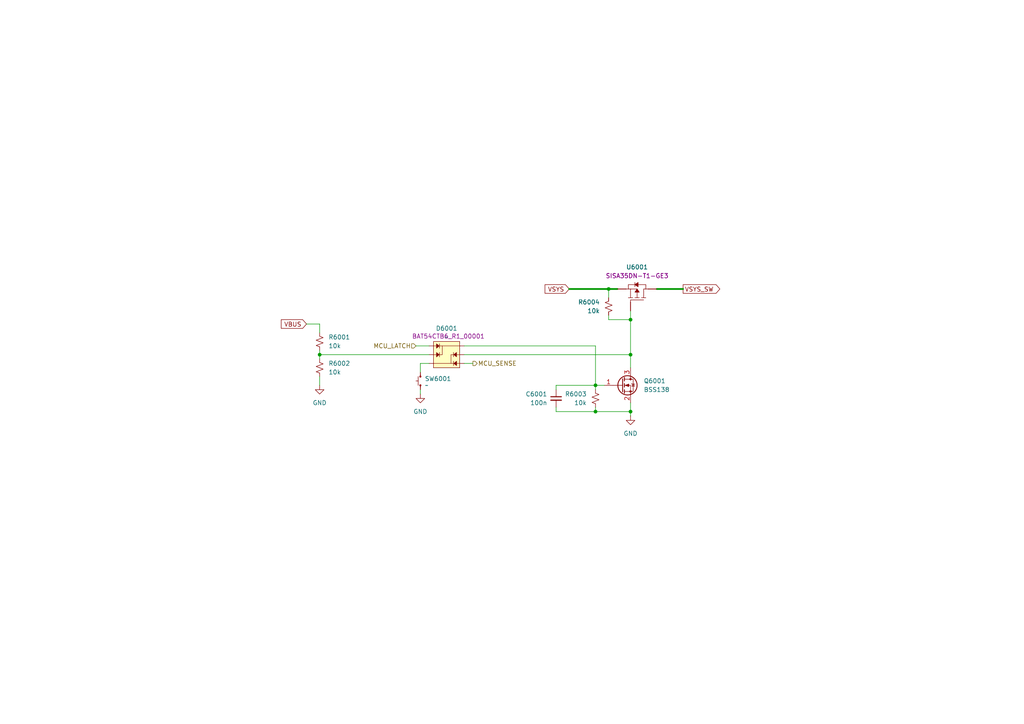
<source format=kicad_sch>
(kicad_sch (version 20250114) (generator "eeschema") (generator_version "9.0")
  (paper "A4")
  (lib_symbols
    (symbol "BAT54CTB6_R1_00001:BAT54CTB6_R1_00001" (pin_numbers (hide yes)) (pin_names (hide yes))
      (property "Reference" "D" (at 4.826 3.81 0))
      (symbol "BAT54CTB6_R1_00001_0_1"
        (rectangle (start 1.27 1.27) (end 8.89 -6.35) (fill (type background)))
        (polyline (pts (xy 2.1462 0.6035) (xy 2.1462 -0.6665) (xy 2.8904 -0.0105) (xy 2.1542 0.6036)) (fill (type outline)))
        (polyline (pts (xy 2.1463 -1.9213) (xy 2.1463 -3.1913) (xy 2.8905 -2.5353) (xy 2.1543 -1.9212)) (fill (type outline)))
        (polyline (pts (xy 2.54 0) (xy 1.27 0)) (stroke (width 0.127)))
        (polyline (pts (xy 2.54 -2.54) (xy 1.27 -2.54)) (stroke (width 0.127)))
        (polyline (pts (xy 3.0158 0.6068) (xy 3.0158 -0.6632)))
        (polyline (pts (xy 3.0159 -1.918) (xy 3.0159 -3.188)))
        (polyline (pts (xy 3.81 0) (xy 3.81 -2.54)) (stroke (width 0.127)))
        (polyline (pts (xy 3.81 -2.54) (xy 2.54 -2.54)) (stroke (width 0.127)))
        (polyline (pts (xy 6.35 -2.54) (xy 6.35 -5.08)) (stroke (width 0.127)))
        (polyline (pts (xy 7.078 -3.1575) (xy 7.078 -1.8875)))
        (polyline (pts (xy 7.0954 -5.7033) (xy 7.0954 -4.4333)))
        (polyline (pts (xy 7.62 -2.54) (xy 6.35 -2.54)) (stroke (width 0.127)))
        (polyline (pts (xy 7.62 -5.08) (xy 1.27 -5.08)) (stroke (width 0.127)))
        (polyline (pts (xy 7.9476 -3.1542) (xy 7.9476 -1.8842) (xy 7.2034 -2.5402) (xy 7.9396 -3.1543)) (fill (type outline)))
        (polyline (pts (xy 7.965 -5.7) (xy 7.965 -4.43) (xy 7.2208 -5.086) (xy 7.957 -5.7001)) (fill (type outline)))
        (polyline (pts (xy 8.89 0) (xy 2.54 0)) (stroke (width 0.127)))
        (polyline (pts (xy 8.89 -2.54) (xy 7.62 -2.54)) (stroke (width 0.127)))
        (polyline (pts (xy 8.89 -5.08) (xy 7.62 -5.08)) (stroke (width 0.127)))
      )
      (symbol "BAT54CTB6_R1_00001_1_1"
        (pin passive line (at 0 0 0) (length 1.27) (name "") (number "1"))
        (pin passive line (at 0 -2.54 0) (length 1.27) (name "") (number "2"))
        (pin passive line (at 0 -5.08 0) (length 1.27) (name "") (number "3"))
        (pin passive line (at 10.16 0 180) (length 1.27) (name "") (number "6"))
        (pin passive line (at 10.16 -2.54 180) (length 1.27) (name "") (number "5"))
        (pin passive line (at 10.16 -5.08 180) (length 1.27) (name "") (number "4"))
      )
    )
    (symbol "Device:C_Small" (pin_numbers (hide yes)) (pin_names (offset 0.254) (hide yes))
      (property "Reference" "C" (at 0.254 1.778 0))
      (property "Value" "C_Small" (at 0.254 -2.032 0))
      (symbol "C_Small_0_1"
        (polyline (pts (xy -1.524 0.508) (xy 1.524 0.508)) (stroke (width 0.3048)))
        (polyline (pts (xy -1.524 -0.508) (xy 1.524 -0.508)) (stroke (width 0.3302)))
      )
      (symbol "C_Small_1_1"
        (pin passive line (at 0 2.54 270) (length 2.032) (name "~") (number "1"))
        (pin passive line (at 0 -2.54 90) (length 2.032) (name "~") (number "2"))
      )
    )
    (symbol "Device:R_Small_US" (pin_numbers (hide yes)) (pin_names (offset 0.254) (hide yes))
      (property "Reference" "R" (at 0.762 0.508 0))
      (property "Value" "R_Small_US" (at 0.762 -1.016 0))
      (symbol "R_Small_US_1_1"
        (polyline (pts (xy 0 1.524) (xy 1.016 1.143) (xy 0 0.762) (xy -1.016 0.381) (xy 0 0)))
        (polyline (pts (xy 0 0) (xy 1.016 -0.381) (xy 0 -0.762) (xy -1.016 -1.143) (xy 0 -1.524)))
        (pin passive line (at 0 2.54 270) (length 1.016) (name "~") (number "1"))
        (pin passive line (at 0 -2.54 90) (length 1.016) (name "~") (number "2"))
      )
    )
    (symbol "ESE-20D443:ESE-20D443" (pin_numbers (hide yes)) (pin_names (hide yes))
      (property "Reference" "SW" (at 2.54 -1.524 0))
      (symbol "ESE-20D443_0_1"
        (polyline (pts (xy 0.635 0) (xy 1.27 0)))
        (polyline (pts (xy 1.27 0.635) (xy 3.81 0.635)))
        (polyline (pts (xy 2.54 0.635) (xy 2.54 1.27)))
        (polyline (pts (xy 3.81 0) (xy 4.445 0)))
      )
      (symbol "ESE-20D443_1_1"
        (circle (center 1.27 0) (radius 0.2162) (fill (type outline)))
        (circle (center 3.81 0) (radius 0.2162) (fill (type outline)))
        (pin passive line (at 0 0 0) (length 1.27) (name "a") (number "1"))
        (pin passive line (at 0 0 0) (length 1.27) (name "b") (number "2"))
        (pin passive line (at 5.08 0 180) (length 1.27) (name "c") (number "3"))
        (pin passive line (at 5.08 0 180) (length 1.27) (name "d") (number "4"))
      )
    )
    (symbol "SISA35DN-T1-GE3:SISA35DN-T1-GE3" (pin_numbers (hide yes))
      (property "Reference" "U" (at 5.842 -3.302 0))
      (property "MPN" "SISA35DN-T1-GE3" (at 14.224 -5.334 0))
      (symbol "SISA35DN-T1-GE3_0_1"
        (polyline (pts (xy -0.635 -7.62) (xy -0.635 -3.81) (xy -1.27 -3.81)))
        (polyline (pts (xy 0 -3.175) (xy 0 -4.445)))
        (polyline (pts (xy 0 -3.81) (xy 2.54 -3.81) (xy 2.54 -5.715)))
        (polyline (pts (xy 0 -5.08) (xy 0 -6.35)))
        (polyline (pts (xy 0 -5.715) (xy 1.905 -5.715)))
        (polyline (pts (xy 0 -6.985) (xy 0 -8.255)))
        (polyline (pts (xy 2.54 -3.175) (xy 2.54 -2.54)))
        (polyline (pts (xy 2.54 -5.715) (xy 1.6169 -6.3499) (xy 1.6169 -5.0799) (xy 2.54 -5.7024)) (fill (type outline)))
        (polyline (pts (xy 2.54 -8.255) (xy 2.54 -7.62) (xy 0 -7.62)))
        (polyline (pts (xy 2.54 -8.255) (xy 3.81 -8.255) (xy 3.81 -5.715)))
        (polyline (pts (xy 2.54 -8.89) (xy 2.54 -8.255)))
        (polyline (pts (xy 3.175 -5.08) (xy 4.445 -5.08)))
        (polyline (pts (xy 3.81 -5.08) (xy 3.81 -3.175) (xy 2.54 -3.175) (xy 2.54 -3.81)))
        (polyline (pts (xy 3.81 -5.08) (xy 4.4449 -6.0031) (xy 3.1749 -6.0031) (xy 3.7974 -5.08)) (fill (type outline)))
      )
      (symbol "SISA35DN-T1-GE3_1_1"
        (pin passive line (at -3.81 -3.81 0) (length 2.54) (name "") (number "4"))
        (pin passive line (at 2.54 0 270) (length 2.54) (name "") (number "1"))
        (pin passive line (at 2.54 -11.43 90) (length 2.54) (name "") (number "5"))
      )
    )
    (symbol "Transistor_FET:BSS138" (pin_names (hide yes))
      (property "Reference" "Q" (at 5.08 1.905 0))
      (property "Value" "BSS138" (at 5.08 0 0))
      (symbol "BSS138_0_1"
        (polyline (pts (xy 0.254 1.905) (xy 0.254 -1.905)) (stroke (width 0.254)))
        (polyline (pts (xy 0.254 0) (xy -2.54 0)))
        (polyline (pts (xy 0.762 2.286) (xy 0.762 1.27)) (stroke (width 0.254)))
        (polyline (pts (xy 0.762 0.508) (xy 0.762 -0.508)) (stroke (width 0.254)))
        (polyline (pts (xy 0.762 -1.27) (xy 0.762 -2.286)) (stroke (width 0.254)))
        (polyline (pts (xy 0.762 -1.778) (xy 3.302 -1.778) (xy 3.302 1.778) (xy 0.762 1.778)))
        (polyline (pts (xy 1.016 0) (xy 2.032 0.381) (xy 2.032 -0.381) (xy 1.016 0)) (fill (type outline)))
        (circle (center 1.651 0) (radius 2.794) (stroke (width 0.254)))
        (polyline (pts (xy 2.54 2.54) (xy 2.54 1.778)))
        (circle (center 2.54 1.778) (radius 0.254) (fill (type outline)))
        (circle (center 2.54 -1.778) (radius 0.254) (fill (type outline)))
        (polyline (pts (xy 2.54 -2.54) (xy 2.54 0) (xy 0.762 0)))
        (polyline (pts (xy 2.794 0.508) (xy 2.921 0.381) (xy 3.683 0.381) (xy 3.81 0.254)))
        (polyline (pts (xy 3.302 0.381) (xy 2.921 -0.254) (xy 3.683 -0.254) (xy 3.302 0.381)))
      )
      (symbol "BSS138_1_1"
        (pin input line (at -5.08 0 0) (length 2.54) (name "G") (number "1"))
        (pin passive line (at 2.54 5.08 270) (length 2.54) (name "D") (number "3"))
        (pin passive line (at 2.54 -5.08 90) (length 2.54) (name "S") (number "2"))
      )
    )
    (symbol "power:GND" (power) (pin_numbers (hide yes)) (pin_names (offset 0) (hide yes))
      (property "Value" "GND" (at 0 -3.81 0))
      (symbol "GND_0_1"
        (polyline (pts (xy 0 0) (xy 0 -1.27) (xy 1.27 -1.27) (xy 0 -2.54) (xy -1.27 -1.27) (xy 0 -1.27)))
      )
      (symbol "GND_1_1"
        (pin power_in line (at 0 0 270) (length 0) (name "~") (number "1"))
      )
    )
  )
  (junction (at 92.71 102.87))
  (junction (at 182.88 102.87))
  (junction (at 176.53 83.82))
  (junction (at 172.72 111.76))
  (junction (at 172.72 119.38))
  (junction (at 182.88 92.71))
  (junction (at 182.88 119.38))
  (wire (pts (xy 121.92 105.41) (xy 121.92 107.95)))
  (wire (pts (xy 124.46 105.41) (xy 121.92 105.41)))
  (wire (pts (xy 88.9 93.98) (xy 92.71 93.98)))
  (wire (pts (xy 176.53 83.82) (xy 179.07 83.82)) (stroke (width 0.508)))
  (wire (pts (xy 92.71 96.52) (xy 92.71 93.98)))
  (wire (pts (xy 182.88 92.71) (xy 182.88 90.17)))
  (wire (pts (xy 161.29 113.03) (xy 161.29 111.76)))
  (wire (pts (xy 172.72 100.33) (xy 172.72 111.76)))
  (wire (pts (xy 134.62 105.41) (xy 137.16 105.41)))
  (wire (pts (xy 120.65 100.33) (xy 124.46 100.33)))
  (wire (pts (xy 121.92 113.03) (xy 121.92 114.3)))
  (wire (pts (xy 161.29 119.38) (xy 172.72 119.38)))
  (wire (pts (xy 172.72 119.38) (xy 172.72 118.11)))
  (wire (pts (xy 182.88 119.38) (xy 172.72 119.38)))
  (wire (pts (xy 182.88 92.71) (xy 176.53 92.71)))
  (wire (pts (xy 165.1 83.82) (xy 176.53 83.82)) (stroke (width 0.508)))
  (wire (pts (xy 176.53 83.82) (xy 176.53 86.36)))
  (wire (pts (xy 172.72 100.33) (xy 134.62 100.33)))
  (wire (pts (xy 182.88 102.87) (xy 182.88 92.71)))
  (wire (pts (xy 92.71 101.6) (xy 92.71 102.87)))
  (wire (pts (xy 92.71 102.87) (xy 92.71 104.14)))
  (wire (pts (xy 134.62 102.87) (xy 182.88 102.87)))
  (wire (pts (xy 172.72 113.03) (xy 172.72 111.76)))
  (wire (pts (xy 161.29 118.11) (xy 161.29 119.38)))
  (wire (pts (xy 182.88 119.38) (xy 182.88 120.65)))
  (wire (pts (xy 190.5 83.82) (xy 198.12 83.82)) (stroke (width 0.508)))
  (wire (pts (xy 161.29 111.76) (xy 172.72 111.76)))
  (wire (pts (xy 182.88 116.84) (xy 182.88 119.38)))
  (wire (pts (xy 92.71 109.22) (xy 92.71 111.76)))
  (wire (pts (xy 182.88 102.87) (xy 182.88 106.68)))
  (wire (pts (xy 172.72 111.76) (xy 175.26 111.76)))
  (wire (pts (xy 176.53 91.44) (xy 176.53 92.71)))
  (wire (pts (xy 92.71 102.87) (xy 124.46 102.87)))
  (global_label "VSYS" (shape input) (at 165.1 83.82 180) (property "Intersheetrefs" "${INTERSHEET_REFS}" (effects (hide yes))))
  (global_label "VSYS_SW" (shape output) (at 198.12 83.82 0) (property "Intersheetrefs" "${INTERSHEET_REFS}" (effects (hide yes))))
  (global_label "VBUS" (shape input) (at 88.9 93.98 180) (property "Intersheetrefs" "${INTERSHEET_REFS}" (effects (hide yes))))
  (hierarchical_label "MCU_LATCH" (shape input) (at 120.65 100.33 180))
  (hierarchical_label "MCU_SENSE" (shape output) (at 137.16 105.41 0))
  (symbol (lib_id "ESE-20D443:ESE-20D443") (at 121.92 113.03 90) (unit 1)
    (property "Reference" "SW6001" (at 123.19 109.8549 90) (effects (justify right)))
    (property "Value" "~" (at 123.19 111.76 90) (effects (justify right)))
  )
  (symbol (lib_id "Device:R_Small_US") (at 176.53 88.9 0) (mirror x) (unit 1)
    (property "Reference" "R6004" (at 173.99 87.6299 0) (effects (justify right)))
    (property "Value" "10k" (at 173.99 90.1699 0) (effects (justify right)))
    (property "Description" "Resistor, small US symbol" (effects (hide yes)))
  )
  (symbol (lib_id "Device:R_Small_US") (at 92.71 106.68 0) (unit 1)
    (property "Reference" "R6002" (at 95.25 105.4099 0) (effects (justify left)))
    (property "Value" "10k" (at 95.25 107.9499 0) (effects (justify left)))
    (property "Description" "Resistor, small US symbol" (effects (hide yes)))
  )
  (symbol (lib_id "Device:R_Small_US") (at 92.71 99.06 0) (unit 1)
    (property "Reference" "R6001" (at 95.25 97.7899 0) (effects (justify left)))
    (property "Value" "10k" (at 95.25 100.3299 0) (effects (justify left)))
    (property "Description" "Resistor, small US symbol" (effects (hide yes)))
  )
  (symbol (lib_id "SISA35DN-T1-GE3:SISA35DN-T1-GE3") (at 179.07 86.36 90) (unit 1)
    (property "Reference" "U6001" (at 184.785 77.47 90))
    (property "Datasheet" "https://www.vishay.com/docs/75831/sisa35dn.pdf" (effects (hide yes)))
    (property "MPN" "SISA35DN-T1-GE3" (at 184.785 80.01 90))
  )
  (symbol (lib_id "power:GND") (at 182.88 120.65 0) (mirror y) (unit 1)
    (property "Reference" "#PWR06003" (effects (hide yes)))
    (property "Value" "GND" (at 182.88 125.73 0))
    (property "Description" "Power symbol creates a global label with name \"GND\" , ground" (effects (hide yes)))
  )
  (symbol (lib_id "Device:R_Small_US") (at 172.72 115.57 0) (unit 1)
    (property "Reference" "R6003" (at 170.18 114.2999 0) (effects (justify right)))
    (property "Value" "10k" (at 170.18 116.8399 0) (effects (justify right)))
    (property "Description" "Resistor, small US symbol" (effects (hide yes)))
  )
  (symbol (lib_id "BAT54CTB6_R1_00001:BAT54CTB6_R1_00001") (at 124.46 100.33 0) (unit 1)
    (property "Reference" "D6001" (at 129.54 95.25 0))
    (property "Value" "~" (at 129.54 97.79 0))
    (property "MPN" "BAT54CTB6_R1_00001" (at 130.048 97.536 0))
  )
  (symbol (lib_id "Transistor_FET:BSS138") (at 180.34 111.76 0) (unit 1)
    (property "Reference" "Q6001" (at 186.69 110.4899 0) (effects (justify left)))
    (property "Value" "BSS138" (at 186.69 113.0299 0) (effects (justify left)))
    (property "Footprint" "Package_TO_SOT_SMD:SOT-23" (effects (hide yes)))
    (property "Datasheet" "https://www.onsemi.com/pub/Collateral/BSS138-D.PDF" (effects (hide yes)))
    (property "Description" "50V Vds, 0.22A Id, N-Channel MOSFET, SOT-23" (effects (hide yes)))
  )
  (symbol (lib_id "power:GND") (at 92.71 111.76 0) (unit 1)
    (property "Reference" "#PWR06001" (effects (hide yes)))
    (property "Value" "GND" (at 92.71 116.84 0))
    (property "Description" "Power symbol creates a global label with name \"GND\" , ground" (effects (hide yes)))
  )
  (symbol (lib_id "power:GND") (at 121.92 114.3 0) (unit 1)
    (property "Reference" "#PWR06002" (effects (hide yes)))
    (property "Value" "GND" (at 121.92 119.38 0))
    (property "Description" "Power symbol creates a global label with name \"GND\" , ground" (effects (hide yes)))
  )
  (symbol (lib_id "Device:C_Small") (at 161.29 115.57 0) (mirror y) (unit 1)
    (property "Reference" "C6001" (at 158.75 114.3062 0) (effects (justify left)))
    (property "Value" "100n" (at 158.75 116.8462 0) (effects (justify left)))
    (property "Description" "Unpolarized capacitor, small symbol" (effects (hide yes)))
  )
)
</source>
